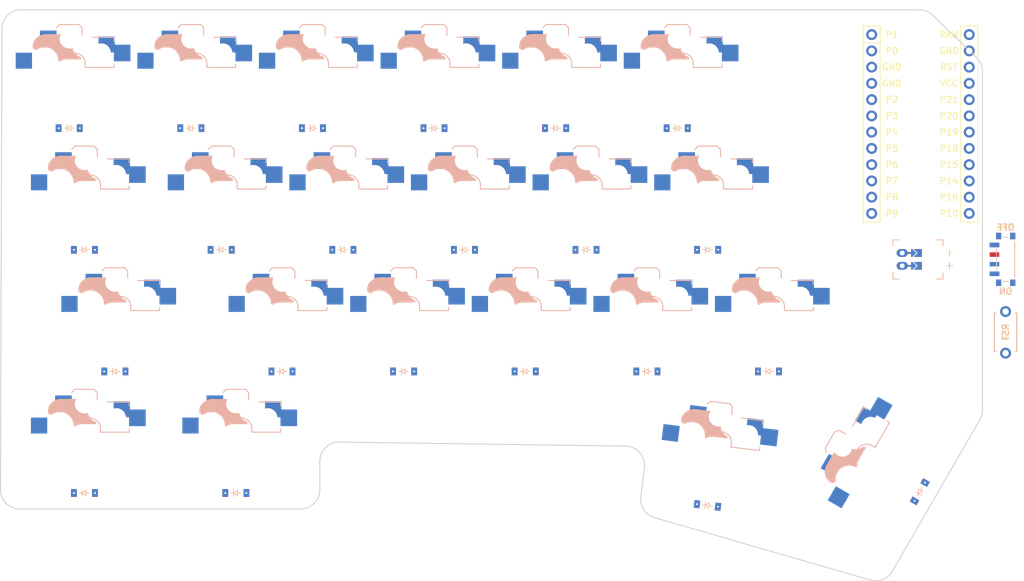
<source format=kicad_pcb>


(kicad_pcb
  (version 20240108)
  (generator "ergogen")
  (generator_version "4.2.1")
  (general
    (thickness 1.6)
    (legacy_teardrops no)
  )
  (paper "A3")
  (title_block
    (title "smth")
    (date "2026-02-04")
    (rev "v1.0.0")
    (company "Unknown")
  )

  (layers
    (0 "F.Cu" signal)
    (31 "B.Cu" signal)
    (32 "B.Adhes" user "B.Adhesive")
    (33 "F.Adhes" user "F.Adhesive")
    (34 "B.Paste" user)
    (35 "F.Paste" user)
    (36 "B.SilkS" user "B.Silkscreen")
    (37 "F.SilkS" user "F.Silkscreen")
    (38 "B.Mask" user)
    (39 "F.Mask" user)
    (40 "Dwgs.User" user "User.Drawings")
    (41 "Cmts.User" user "User.Comments")
    (42 "Eco1.User" user "User.Eco1")
    (43 "Eco2.User" user "User.Eco2")
    (44 "Edge.Cuts" user)
    (45 "Margin" user)
    (46 "B.CrtYd" user "B.Courtyard")
    (47 "F.CrtYd" user "F.Courtyard")
    (48 "B.Fab" user)
    (49 "F.Fab" user)
  )

  (setup
    (pad_to_mask_clearance 0.05)
    (allow_soldermask_bridges_in_footprints no)
    (pcbplotparams
      (layerselection 0x00010fc_ffffffff)
      (plot_on_all_layers_selection 0x0000000_00000000)
      (disableapertmacros no)
      (usegerberextensions no)
      (usegerberattributes yes)
      (usegerberadvancedattributes yes)
      (creategerberjobfile yes)
      (dashed_line_dash_ratio 12.000000)
      (dashed_line_gap_ratio 3.000000)
      (svgprecision 4)
      (plotframeref no)
      (viasonmask no)
      (mode 1)
      (useauxorigin no)
      (hpglpennumber 1)
      (hpglpenspeed 20)
      (hpglpendiameter 15.000000)
      (pdf_front_fp_property_popups yes)
      (pdf_back_fp_property_popups yes)
      (dxfpolygonmode yes)
      (dxfimperialunits yes)
      (dxfusepcbnewfont yes)
      (psnegative no)
      (psa4output no)
      (plotreference yes)
      (plotvalue yes)
      (plotfptext yes)
      (plotinvisibletext no)
      (sketchpadsonfab no)
      (subtractmaskfromsilk no)
      (outputformat 1)
      (mirror no)
      (drillshape 1)
      (scaleselection 1)
      (outputdirectory "")
    )
  )

  (net 0 "")
(net 1 "P0")
(net 2 "esc_default")
(net 3 "GND")
(net 4 "D1")
(net 5 "D2")
(net 6 "P1")
(net 7 "q_default")
(net 8 "P2")
(net 9 "w_default")
(net 10 "P3")
(net 11 "e_default")
(net 12 "P4")
(net 13 "r_default")
(net 14 "P5")
(net 15 "t_default")
(net 16 "tab_default")
(net 17 "a_default")
(net 18 "s_default")
(net 19 "d_default")
(net 20 "f_default")
(net 21 "g_default")
(net 22 "lshift_default")
(net 23 "z_default")
(net 24 "x_default")
(net 25 "c_default")
(net 26 "v_default")
(net 27 "b_default")
(net 28 "lctrl_default")
(net 29 "super_default")
(net 30 "lower_default")
(net 31 "space_default")
(net 32 "P6")
(net 33 "P7")
(net 34 "P8")
(net 35 "P9")
(net 36 "RAW")
(net 37 "RST")
(net 38 "VCC")
(net 39 "P21")
(net 40 "P20")
(net 41 "P19")
(net 42 "P18")
(net 43 "P15")
(net 44 "P14")
(net 45 "P16")
(net 46 "P10")
(net 47 "P101")
(net 48 "P102")
(net 49 "P107")
(net 50 "MCU1_24")
(net 51 "MCU1_1")
(net 52 "MCU1_23")
(net 53 "MCU1_2")
(net 54 "MCU1_22")
(net 55 "MCU1_3")
(net 56 "MCU1_21")
(net 57 "MCU1_4")
(net 58 "MCU1_20")
(net 59 "MCU1_5")
(net 60 "MCU1_19")
(net 61 "MCU1_6")
(net 62 "MCU1_18")
(net 63 "MCU1_7")
(net 64 "MCU1_17")
(net 65 "MCU1_8")
(net 66 "MCU1_16")
(net 67 "MCU1_9")
(net 68 "MCU1_15")
(net 69 "MCU1_10")
(net 70 "MCU1_14")
(net 71 "MCU1_11")
(net 72 "MCU1_13")
(net 73 "MCU1_12")
(net 74 "BAT_P")
(net 75 "JST1_1")
(net 76 "JST1_2")

  
  (footprint "ceoloide:switch_choc_v1_v2" (layer "B.Cu") (at 109.5 100 0))
    

  (footprint "ceoloide:switch_choc_v1_v2" (layer "B.Cu") (at 128.5 100 0))
    

  (footprint "ceoloide:switch_choc_v1_v2" (layer "B.Cu") (at 147.5 100 0))
    

  (footprint "ceoloide:switch_choc_v1_v2" (layer "B.Cu") (at 166.5 100 0))
    

  (footprint "ceoloide:switch_choc_v1_v2" (layer "B.Cu") (at 185.5 100 0))
    

  (footprint "ceoloide:switch_choc_v1_v2" (layer "B.Cu") (at 204.5 100 0))
    

  (footprint "ceoloide:switch_choc_v1_v2" (layer "B.Cu") (at 111.875 119 0))
    

  (footprint "ceoloide:switch_choc_v1_v2" (layer "B.Cu") (at 133.25 119 0))
    

  (footprint "ceoloide:switch_choc_v1_v2" (layer "B.Cu") (at 152.25 119 0))
    

  (footprint "ceoloide:switch_choc_v1_v2" (layer "B.Cu") (at 171.25 119 0))
    

  (footprint "ceoloide:switch_choc_v1_v2" (layer "B.Cu") (at 190.25 119 0))
    

  (footprint "ceoloide:switch_choc_v1_v2" (layer "B.Cu") (at 209.25 119 0))
    

  (footprint "ceoloide:switch_choc_v1_v2" (layer "B.Cu") (at 116.625 138 0))
    

  (footprint "ceoloide:switch_choc_v1_v2" (layer "B.Cu") (at 142.75 138 0))
    

  (footprint "ceoloide:switch_choc_v1_v2" (layer "B.Cu") (at 161.75 138 0))
    

  (footprint "ceoloide:switch_choc_v1_v2" (layer "B.Cu") (at 180.75 138 0))
    

  (footprint "ceoloide:switch_choc_v1_v2" (layer "B.Cu") (at 199.75 138 0))
    

  (footprint "ceoloide:switch_choc_v1_v2" (layer "B.Cu") (at 218.75 138 0))
    

  (footprint "ceoloide:switch_choc_v1_v2" (layer "B.Cu") (at 111.875 157 0))
    

  (footprint "ceoloide:switch_choc_v1_v2" (layer "B.Cu") (at 135.53 157 0))
    

  (footprint "ceoloide:switch_choc_v1_v2" (layer "B.Cu") (at 210.2 159 -7))
    

  (footprint "ceoloide:switch_choc_v1_v2" (layer "B.Cu") (at 235.47 160.8 60))
    

  (footprint "ceoloide:switch_mx" (layer "B.Cu") (at 109.5 100 0))
    

  (footprint "ceoloide:switch_mx" (layer "B.Cu") (at 128.5 100 0))
    

  (footprint "ceoloide:switch_mx" (layer "B.Cu") (at 147.5 100 0))
    

  (footprint "ceoloide:switch_mx" (layer "B.Cu") (at 166.5 100 0))
    

  (footprint "ceoloide:switch_mx" (layer "B.Cu") (at 185.5 100 0))
    

  (footprint "ceoloide:switch_mx" (layer "B.Cu") (at 204.5 100 0))
    

  (footprint "ceoloide:switch_mx" (layer "B.Cu") (at 111.875 119 0))
    

  (footprint "ceoloide:switch_mx" (layer "B.Cu") (at 133.25 119 0))
    

  (footprint "ceoloide:switch_mx" (layer "B.Cu") (at 152.25 119 0))
    

  (footprint "ceoloide:switch_mx" (layer "B.Cu") (at 171.25 119 0))
    

  (footprint "ceoloide:switch_mx" (layer "B.Cu") (at 190.25 119 0))
    

  (footprint "ceoloide:switch_mx" (layer "B.Cu") (at 209.25 119 0))
    

  (footprint "ceoloide:switch_mx" (layer "B.Cu") (at 116.625 138 0))
    

  (footprint "ceoloide:switch_mx" (layer "B.Cu") (at 142.75 138 0))
    

  (footprint "ceoloide:switch_mx" (layer "B.Cu") (at 161.75 138 0))
    

  (footprint "ceoloide:switch_mx" (layer "B.Cu") (at 180.75 138 0))
    

  (footprint "ceoloide:switch_mx" (layer "B.Cu") (at 199.75 138 0))
    

  (footprint "ceoloide:switch_mx" (layer "B.Cu") (at 218.75 138 0))
    

  (footprint "ceoloide:switch_mx" (layer "B.Cu") (at 111.875 157 0))
    

  (footprint "ceoloide:switch_mx" (layer "B.Cu") (at 135.53 157 0))
    

  (footprint "ceoloide:switch_mx" (layer "B.Cu") (at 210.2 159 -7))
    

  (footprint "ceoloide:switch_mx" (layer "B.Cu") (at 235.47 160.8 60))
    

  
    (module ComboDiode (layer F.Cu) (tedit 5B24D78E)


        (at 109.5 108 0)

        
        (fp_text reference "D1" (at 0 0) (layer F.SilkS) hide (effects (font (size 1.27 1.27) (thickness 0.15))))
        (fp_text value "" (at 0 0) (layer F.SilkS) hide (effects (font (size 1.27 1.27) (thickness 0.15))))
        
        
        (fp_line (start 0.25 0) (end 0.75 0) (layer F.SilkS) (width 0.1))
        (fp_line (start 0.25 0.4) (end -0.35 0) (layer F.SilkS) (width 0.1))
        (fp_line (start 0.25 -0.4) (end 0.25 0.4) (layer F.SilkS) (width 0.1))
        (fp_line (start -0.35 0) (end 0.25 -0.4) (layer F.SilkS) (width 0.1))
        (fp_line (start -0.35 0) (end -0.35 0.55) (layer F.SilkS) (width 0.1))
        (fp_line (start -0.35 0) (end -0.35 -0.55) (layer F.SilkS) (width 0.1))
        (fp_line (start -0.75 0) (end -0.35 0) (layer F.SilkS) (width 0.1))
        (fp_line (start 0.25 0) (end 0.75 0) (layer B.SilkS) (width 0.1))
        (fp_line (start 0.25 0.4) (end -0.35 0) (layer B.SilkS) (width 0.1))
        (fp_line (start 0.25 -0.4) (end 0.25 0.4) (layer B.SilkS) (width 0.1))
        (fp_line (start -0.35 0) (end 0.25 -0.4) (layer B.SilkS) (width 0.1))
        (fp_line (start -0.35 0) (end -0.35 0.55) (layer B.SilkS) (width 0.1))
        (fp_line (start -0.35 0) (end -0.35 -0.55) (layer B.SilkS) (width 0.1))
        (fp_line (start -0.75 0) (end -0.35 0) (layer B.SilkS) (width 0.1))
    
        
        (pad 1 smd rect (at -1.65 0 0) (size 0.9 1.2) (layers F.Cu F.Paste F.Mask) (net 32 "P6"))
        (pad 2 smd rect (at 1.65 0 0) (size 0.9 1.2) (layers B.Cu B.Paste B.Mask) (net 2 "esc_default"))
        (pad 1 smd rect (at -1.65 0 0) (size 0.9 1.2) (layers B.Cu B.Paste B.Mask) (net 32 "P6"))
        (pad 2 smd rect (at 1.65 0 0) (size 0.9 1.2) (layers F.Cu F.Paste F.Mask) (net 2 "esc_default"))
        
        (pad 1 thru_hole circle (at -1.65 0 0) (size 0.6 0.6) (drill 0.3) (layers "*.Cu") (zone_connect 2) (net 32 "P6"))
        (pad 1 thru_hole circle (at 1.65 0 0) (size 0.6 0.6) (drill 0.3) (layers "*.Cu") (zone_connect 2) (net 2 "esc_default"))
        
    )
  
    

  
    (module ComboDiode (layer F.Cu) (tedit 5B24D78E)


        (at 128.5 108 0)

        
        (fp_text reference "D2" (at 0 0) (layer F.SilkS) hide (effects (font (size 1.27 1.27) (thickness 0.15))))
        (fp_text value "" (at 0 0) (layer F.SilkS) hide (effects (font (size 1.27 1.27) (thickness 0.15))))
        
        
        (fp_line (start 0.25 0) (end 0.75 0) (layer F.SilkS) (width 0.1))
        (fp_line (start 0.25 0.4) (end -0.35 0) (layer F.SilkS) (width 0.1))
        (fp_line (start 0.25 -0.4) (end 0.25 0.4) (layer F.SilkS) (width 0.1))
        (fp_line (start -0.35 0) (end 0.25 -0.4) (layer F.SilkS) (width 0.1))
        (fp_line (start -0.35 0) (end -0.35 0.55) (layer F.SilkS) (width 0.1))
        (fp_line (start -0.35 0) (end -0.35 -0.55) (layer F.SilkS) (width 0.1))
        (fp_line (start -0.75 0) (end -0.35 0) (layer F.SilkS) (width 0.1))
        (fp_line (start 0.25 0) (end 0.75 0) (layer B.SilkS) (width 0.1))
        (fp_line (start 0.25 0.4) (end -0.35 0) (layer B.SilkS) (width 0.1))
        (fp_line (start 0.25 -0.4) (end 0.25 0.4) (layer B.SilkS) (width 0.1))
        (fp_line (start -0.35 0) (end 0.25 -0.4) (layer B.SilkS) (width 0.1))
        (fp_line (start -0.35 0) (end -0.35 0.55) (layer B.SilkS) (width 0.1))
        (fp_line (start -0.35 0) (end -0.35 -0.55) (layer B.SilkS) (width 0.1))
        (fp_line (start -0.75 0) (end -0.35 0) (layer B.SilkS) (width 0.1))
    
        
        (pad 1 smd rect (at -1.65 0 0) (size 0.9 1.2) (layers F.Cu F.Paste F.Mask) (net 32 "P6"))
        (pad 2 smd rect (at 1.65 0 0) (size 0.9 1.2) (layers B.Cu B.Paste B.Mask) (net 7 "q_default"))
        (pad 1 smd rect (at -1.65 0 0) (size 0.9 1.2) (layers B.Cu B.Paste B.Mask) (net 32 "P6"))
        (pad 2 smd rect (at 1.65 0 0) (size 0.9 1.2) (layers F.Cu F.Paste F.Mask) (net 7 "q_default"))
        
        (pad 1 thru_hole circle (at -1.65 0 0) (size 0.6 0.6) (drill 0.3) (layers "*.Cu") (zone_connect 2) (net 32 "P6"))
        (pad 1 thru_hole circle (at 1.65 0 0) (size 0.6 0.6) (drill 0.3) (layers "*.Cu") (zone_connect 2) (net 7 "q_default"))
        
    )
  
    

  
    (module ComboDiode (layer F.Cu) (tedit 5B24D78E)


        (at 147.5 108 0)

        
        (fp_text reference "D3" (at 0 0) (layer F.SilkS) hide (effects (font (size 1.27 1.27) (thickness 0.15))))
        (fp_text value "" (at 0 0) (layer F.SilkS) hide (effects (font (size 1.27 1.27) (thickness 0.15))))
        
        
        (fp_line (start 0.25 0) (end 0.75 0) (layer F.SilkS) (width 0.1))
        (fp_line (start 0.25 0.4) (end -0.35 0) (layer F.SilkS) (width 0.1))
        (fp_line (start 0.25 -0.4) (end 0.25 0.4) (layer F.SilkS) (width 0.1))
        (fp_line (start -0.35 0) (end 0.25 -0.4) (layer F.SilkS) (width 0.1))
        (fp_line (start -0.35 0) (end -0.35 0.55) (layer F.SilkS) (width 0.1))
        (fp_line (start -0.35 0) (end -0.35 -0.55) (layer F.SilkS) (width 0.1))
        (fp_line (start -0.75 0) (end -0.35 0) (layer F.SilkS) (width 0.1))
        (fp_line (start 0.25 0) (end 0.75 0) (layer B.SilkS) (width 0.1))
        (fp_line (start 0.25 0.4) (end -0.35 0) (layer B.SilkS) (width 0.1))
        (fp_line (start 0.25 -0.4) (end 0.25 0.4) (layer B.SilkS) (width 0.1))
        (fp_line (start -0.35 0) (end 0.25 -0.4) (layer B.SilkS) (width 0.1))
        (fp_line (start -0.35 0) (end -0.35 0.55) (layer B.SilkS) (width 0.1))
        (fp_line (start -0.35 0) (end -0.35 -0.55) (layer B.SilkS) (width 0.1))
        (fp_line (start -0.75 0) (end -0.35 0) (layer B.SilkS) (width 0.1))
    
        
        (pad 1 smd rect (at -1.65 0 0) (size 0.9 1.2) (layers F.Cu F.Paste F.Mask) (net 32 "P6"))
        (pad 2 smd rect (at 1.65 0 0) (size 0.9 1.2) (layers B.Cu B.Paste B.Mask) (net 9 "w_default"))
        (pad 1 smd rect (at -1.65 0 0) (size 0.9 1.2) (layers B.Cu B.Paste B.Mask) (net 32 "P6"))
        (pad 2 smd rect (at 1.65 0 0) (size 0.9 1.2) (layers F.Cu F.Paste F.Mask) (net 9 "w_default"))
        
        (pad 1 thru_hole circle (at -1.65 0 0) (size 0.6 0.6) (drill 0.3) (layers "*.Cu") (zone_connect 2) (net 32 "P6"))
        (pad 1 thru_hole circle (at 1.65 0 0) (size 0.6 0.6) (drill 0.3) (layers "*.Cu") (zone_connect 2) (net 9 "w_default"))
        
    )
  
    

  
    (module ComboDiode (layer F.Cu) (tedit 5B24D78E)


        (at 166.5 108 0)

        
        (fp_text reference "D4" (at 0 0) (layer F.SilkS) hide (effects (font (size 1.27 1.27) (thickness 0.15))))
        (fp_text value "" (at 0 0) (layer F.SilkS) hide (effects (font (size 1.27 1.27) (thickness 0.15))))
        
        
        (fp_line (start 0.25 0) (end 0.75 0) (layer F.SilkS) (width 0.1))
        (fp_line (start 0.25 0.4) (end -0.35 0) (layer F.SilkS) (width 0.1))
        (fp_line (start 0.25 -0.4) (end 0.25 0.4) (layer F.SilkS) (width 0.1))
        (fp_line (start -0.35 0) (end 0.25 -0.4) (layer F.SilkS) (width 0.1))
        (fp_line (start -0.35 0) (end -0.35 0.55) (layer F.SilkS) (width 0.1))
        (fp_line (start -0.35 0) (end -0.35 -0.55) (layer F.SilkS) (width 0.1))
        (fp_line (start -0.75 0) (end -0.35 0) (layer F.SilkS) (width 0.1))
        (fp_line (start 0.25 0) (end 0.75 0) (layer B.SilkS) (width 0.1))
        (fp_line (start 0.25 0.4) (end -0.35 0) (layer B.SilkS) (width 0.1))
        (fp_line (start 0.25 -0.4) (end 0.25 0.4) (layer B.SilkS) (width 0.1))
        (fp_line (start -0.35 0) (end 0.25 -0.4) (layer B.SilkS) (width 0.1))
        (fp_line (start -0.35 0) (end -0.35 0.55) (layer B.SilkS) (width 0.1))
        (fp_line (start -0.35 0) (end -0.35 -0.55) (layer B.SilkS) (width 0.1))
        (fp_line (start -0.75 0) (end -0.35 0) (layer B.SilkS) (width 0.1))
    
        
        (pad 1 smd rect (at -1.65 0 0) (size 0.9 1.2) (layers F.Cu F.Paste F.Mask) (net 32 "P6"))
        (pad 2 smd rect (at 1.65 0 0) (size 0.9 1.2) (layers B.Cu B.Paste B.Mask) (net 11 "e_default"))
        (pad 1 smd rect (at -1.65 0 0) (size 0.9 1.2) (layers B.Cu B.Paste B.Mask) (net 32 "P6"))
        (pad 2 smd rect (at 1.65 0 0) (size 0.9 1.2) (layers F.Cu F.Paste F.Mask) (net 11 "e_default"))
        
        (pad 1 thru_hole circle (at -1.65 0 0) (size 0.6 0.6) (drill 0.3) (layers "*.Cu") (zone_connect 2) (net 32 "P6"))
        (pad 1 thru_hole circle (at 1.65 0 0) (size 0.6 0.6) (drill 0.3) (layers "*.Cu") (zone_connect 2) (net 11 "e_default"))
        
    )
  
    

  
    (module ComboDiode (layer F.Cu) (tedit 5B24D78E)


        (at 185.5 108 0)

        
        (fp_text reference "D5" (at 0 0) (layer F.SilkS) hide (effects (font (size 1.27 1.27) (thickness 0.15))))
        (fp_text value "" (at 0 0) (layer F.SilkS) hide (effects (font (size 1.27 1.27) (thickness 0.15))))
        
        
        (fp_line (start 0.25 0) (end 0.75 0) (layer F.SilkS) (width 0.1))
        (fp_line (start 0.25 0.4) (end -0.35 0) (layer F.SilkS) (width 0.1))
        (fp_line (start 0.25 -0.4) (end 0.25 0.4) (layer F.SilkS) (width 0.1))
        (fp_line (start -0.35 0) (end 0.25 -0.4) (layer F.SilkS) (width 0.1))
        (fp_line (start -0.35 0) (end -0.35 0.55) (layer F.SilkS) (width 0.1))
        (fp_line (start -0.35 0) (end -0.35 -0.55) (layer F.SilkS) (width 0.1))
        (fp_line (start -0.75 0) (end -0.35 0) (layer F.SilkS) (width 0.1))
        (fp_line (start 0.25 0) (end 0.75 0) (layer B.SilkS) (width 0.1))
        (fp_line (start 0.25 0.4) (end -0.35 0) (layer B.SilkS) (width 0.1))
        (fp_line (start 0.25 -0.4) (end 0.25 0.4) (layer B.SilkS) (width 0.1))
        (fp_line (start -0.35 0) (end 0.25 -0.4) (layer B.SilkS) (width 0.1))
        (fp_line (start -0.35 0) (end -0.35 0.55) (layer B.SilkS) (width 0.1))
        (fp_line (start -0.35 0) (end -0.35 -0.55) (layer B.SilkS) (width 0.1))
        (fp_line (start -0.75 0) (end -0.35 0) (layer B.SilkS) (width 0.1))
    
        
        (pad 1 smd rect (at -1.65 0 0) (size 0.9 1.2) (layers F.Cu F.Paste F.Mask) (net 32 "P6"))
        (pad 2 smd rect (at 1.65 0 0) (size 0.9 1.2) (layers B.Cu B.Paste B.Mask) (net 13 "r_default"))
        (pad 1 smd rect (at -1.65 0 0) (size 0.9 1.2) (layers B.Cu B.Paste B.Mask) (net 32 "P6"))
        (pad 2 smd rect (at 1.65 0 0) (size 0.9 1.2) (layers F.Cu F.Paste F.Mask) (net 13 "r_default"))
        
        (pad 1 thru_hole circle (at -1.65 0 0) (size 0.6 0.6) (drill 0.3) (layers "*.Cu") (zone_connect 2) (net 32 "P6"))
        (pad 1 thru_hole circle (at 1.65 0 0) (size 0.6 0.6) (drill 0.3) (layers "*.Cu") (zone_connect 2) (net 13 "r_default"))
        
    )
  
    

  
    (module ComboDiode (layer F.Cu) (tedit 5B24D78E)


        (at 204.5 108 0)

        
        (fp_text reference "D6" (at 0 0) (layer F.SilkS) hide (effects (font (size 1.27 1.27) (thickness 0.15))))
        (fp_text value "" (at 0 0) (layer F.SilkS) hide (effects (font (size 1.27 1.27) (thickness 0.15))))
        
        
        (fp_line (start 0.25 0) (end 0.75 0) (layer F.SilkS) (width 0.1))
        (fp_line (start 0.25 0.4) (end -0.35 0) (layer F.SilkS) (width 0.1))
        (fp_line (start 0.25 -0.4) (end 0.25 0.4) (layer F.SilkS) (width 0.1))
        (fp_line (start -0.35 0) (end 0.25 -0.4) (layer F.SilkS) (width 0.1))
        (fp_line (start -0.35 0) (end -0.35 0.55) (layer F.SilkS) (width 0.1))
        (fp_line (start -0.35 0) (end -0.35 -0.55) (layer F.SilkS) (width 0.1))
        (fp_line (start -0.75 0) (end -0.35 0) (layer F.SilkS) (width 0.1))
        (fp_line (start 0.25 0) (end 0.75 0) (layer B.SilkS) (width 0.1))
        (fp_line (start 0.25 0.4) (end -0.35 0) (layer B.SilkS) (width 0.1))
        (fp_line (start 0.25 -0.4) (end 0.25 0.4) (layer B.SilkS) (width 0.1))
        (fp_line (start -0.35 0) (end 0.25 -0.4) (layer B.SilkS) (width 0.1))
        (fp_line (start -0.35 0) (end -0.35 0.55) (layer B.SilkS) (width 0.1))
        (fp_line (start -0.35 0) (end -0.35 -0.55) (layer B.SilkS) (width 0.1))
        (fp_line (start -0.75 0) (end -0.35 0) (layer B.SilkS) (width 0.1))
    
        
        (pad 1 smd rect (at -1.65 0 0) (size 0.9 1.2) (layers F.Cu F.Paste F.Mask) (net 32 "P6"))
        (pad 2 smd rect (at 1.65 0 0) (size 0.9 1.2) (layers B.Cu B.Paste B.Mask) (net 15 "t_default"))
        (pad 1 smd rect (at -1.65 0 0) (size 0.9 1.2) (layers B.Cu B.Paste B.Mask) (net 32 "P6"))
        (pad 2 smd rect (at 1.65 0 0) (size 0.9 1.2) (layers F.Cu F.Paste F.Mask) (net 15 "t_default"))
        
        (pad 1 thru_hole circle (at -1.65 0 0) (size 0.6 0.6) (drill 0.3) (layers "*.Cu") (zone_connect 2) (net 32 "P6"))
        (pad 1 thru_hole circle (at 1.65 0 0) (size 0.6 0.6) (drill 0.3) (layers "*.Cu") (zone_connect 2) (net 15 "t_default"))
        
    )
  
    

  
    (module ComboDiode (layer F.Cu) (tedit 5B24D78E)


        (at 111.875 127 0)

        
        (fp_text reference "D7" (at 0 0) (layer F.SilkS) hide (effects (font (size 1.27 1.27) (thickness 0.15))))
        (fp_text value "" (at 0 0) (layer F.SilkS) hide (effects (font (size 1.27 1.27) (thickness 0.15))))
        
        
        (fp_line (start 0.25 0) (end 0.75 0) (layer F.SilkS) (width 0.1))
        (fp_line (start 0.25 0.4) (end -0.35 0) (layer F.SilkS) (width 0.1))
        (fp_line (start 0.25 -0.4) (end 0.25 0.4) (layer F.SilkS) (width 0.1))
        (fp_line (start -0.35 0) (end 0.25 -0.4) (layer F.SilkS) (width 0.1))
        (fp_line (start -0.35 0) (end -0.35 0.55) (layer F.SilkS) (width 0.1))
        (fp_line (start -0.35 0) (end -0.35 -0.55) (layer F.SilkS) (width 0.1))
        (fp_line (start -0.75 0) (end -0.35 0) (layer F.SilkS) (width 0.1))
        (fp_line (start 0.25 0) (end 0.75 0) (layer B.SilkS) (width 0.1))
        (fp_line (start 0.25 0.4) (end -0.35 0) (layer B.SilkS) (width 0.1))
        (fp_line (start 0.25 -0.4) (end 0.25 0.4) (layer B.SilkS) (width 0.1))
        (fp_line (start -0.35 0) (end 0.25 -0.4) (layer B.SilkS) (width 0.1))
        (fp_line (start -0.35 0) (end -0.35 0.55) (layer B.SilkS) (width 0.1))
        (fp_line (start -0.35 0) (end -0.35 -0.55) (layer B.SilkS) (width 0.1))
        (fp_line (start -0.75 0) (end -0.35 0) (layer B.SilkS) (width 0.1))
    
        
        (pad 1 smd rect (at -1.65 0 0) (size 0.9 1.2) (layers F.Cu F.Paste F.Mask) (net 33 "P7"))
        (pad 2 smd rect (at 1.65 0 0) (size 0.9 1.2) (layers B.Cu B.Paste B.Mask) (net 16 "tab_default"))
        (pad 1 smd rect (at -1.65 0 0) (size 0.9 1.2) (layers B.Cu B.Paste B.Mask) (net 33 "P7"))
        (pad 2 smd rect (at 1.65 0 0) (size 0.9 1.2) (layers F.Cu F.Paste F.Mask) (net 16 "tab_default"))
        
        (pad 1 thru_hole circle (at -1.65 0 0) (size 0.6 0.6) (drill 0.3) (layers "*.Cu") (zone_connect 2) (net 33 "P7"))
        (pad 1 thru_hole circle (at 1.65 0 0) (size 0.6 0.6) (drill 0.3) (layers "*.Cu") (zone_connect 2) (net 16 "tab_default"))
        
    )
  
    

  
    (module ComboDiode (layer F.Cu) (tedit 5B24D78E)


        (at 133.25 127 0)

        
        (fp_text reference "D8" (at 0 0) (layer F.SilkS) hide (effects (font (size 1.27 1.27) (thickness 0.15))))
        (fp_text value "" (at 0 0) (layer F.SilkS) hide (effects (font (size 1.27 1.27) (thickness 0.15))))
        
        
        (fp_line (start 0.25 0) (end 0.75 0) (layer F.SilkS) (width 0.1))
        (fp_line (start 0.25 0.4) (end -0.35 0) (layer F.SilkS) (width 0.1))
        (fp_line (start 0.25 -0.4) (end 0.25 0.4) (layer F.SilkS) (width 0.1))
        (fp_line (start -0.35 0) (end 0.25 -0.4) (layer F.SilkS) (width 0.1))
        (fp_line (start -0.35 0) (end -0.35 0.55) (layer F.SilkS) (width 0.1))
        (fp_line (start -0.35 0) (end -0.35 -0.55) (layer F.SilkS) (width 0.1))
        (fp_line (start -0.75 0) (end -0.35 0) (layer F.SilkS) (width 0.1))
        (fp_line (start 0.25 0) (end 0.75 0) (layer B.SilkS) (width 0.1))
        (fp_line (start 0.25 0.4) (end -0.35 0) (layer B.SilkS) (width 0.1))
        (fp_line (start 0.25 -0.4) (end 0.25 0.4) (layer B.SilkS) (width 0.1))
        (fp_line (start -0.35 0) (end 0.25 -0.4) (layer B.SilkS) (width 0.1))
        (fp_line (start -0.35 0) (end -0.35 0.55) (layer B.SilkS) (width 0.1))
        (fp_line (start -0.35 0) (end -0.35 -0.55) (layer B.SilkS) (width 0.1))
        (fp_line (start -0.75 0) (end -0.35 0) (layer B.SilkS) (width 0.1))
    
        
        (pad 1 smd rect (at -1.65 0 0) (size 0.9 1.2) (layers F.Cu F.Paste F.Mask) (net 33 "P7"))
        (pad 2 smd rect (at 1.65 0 0) (size 0.9 1.2) (layers B.Cu B.Paste B.Mask) (net 17 "a_default"))
        (pad 1 smd rect (at -1.65 0 0) (size 0.9 1.2) (layers B.Cu B.Paste B.Mask) (net 33 "P7"))
        (pad 2 smd rect (at 1.65 0 0) (size 0.9 1.2) (layers F.Cu F.Paste F.Mask) (net 17 "a_default"))
        
        (pad 1 thru_hole circle (at -1.65 0 0) (size 0.6 0.6) (drill 0.3) (layers "*.Cu") (zone_connect 2) (net 33 "P7"))
        (pad 1 thru_hole circle (at 1.65 0 0) (size 0.6 0.6) (drill 0.3) (layers "*.Cu") (zone_connect 2) (net 17 "a_default"))
        
    )
  
    

  
    (module ComboDiode (layer F.Cu) (tedit 5B24D78E)


        (at 152.25 127 0)

        
        (fp_text reference "D9" (at 0 0) (layer F.SilkS) hide (effects (font (size 1.27 1.27) (thickness 0.15))))
        (fp_text value "" (at 0 0) (layer F.SilkS) hide (effects (font (size 1.27 1.27) (thickness 0.15))))
        
        
        (fp_line (start 0.25 0) (end 0.75 0) (layer F.SilkS) (width 0.1))
        (fp_line (start 0.25 0.4) (end -0.35 0) (layer F.SilkS) (width 0.1))
        (fp_line (start 0.25 -0.4) (end 0.25 0.4) (layer F.SilkS) (width 0.1))
        (fp_line (start -0.35 0) (end 0.25 -0.4) (layer F.SilkS) (width 0.1))
        (fp_line (start -0.35 0) (end -0.35 0.55) (layer F.SilkS) (width 0.1))
        (fp_line (start -0.35 0) (end -0.35 -0.55) (layer F.SilkS) (width 0.1))
        (fp_line (start -0.75 0) (end -0.35 0) (layer F.SilkS) (width 0.1))
        (fp_line (start 0.25 0) (end 0.75 0) (layer B.SilkS) (width 0.1))
        (fp_line (start 0.25 0.4) (end -0.35 0) (layer B.SilkS) (width 0.1))
        (fp_line (start 0.25 -0.4) (end 0.25 0.4) (layer B.SilkS) (width 0.1))
        (fp_line (start -0.35 0) (end 0.25 -0.4) (layer B.SilkS) (width 0.1))
        (fp_line (start -0.35 0) (end -0.35 0.55) (layer B.SilkS) (width 0.1))
        (fp_line (start -0.35 0) (end -0.35 -0.55) (layer B.SilkS) (width 0.1))
        (fp_line (start -0.75 0) (end -0.35 0) (layer B.SilkS) (width 0.1))
    
        
        (pad 1 smd rect (at -1.65 0 0) (size 0.9 1.2) (layers F.Cu F.Paste F.Mask) (net 33 "P7"))
        (pad 2 smd rect (at 1.65 0 0) (size 0.9 1.2) (layers B.Cu B.Paste B.Mask) (net 18 "s_default"))
        (pad 1 smd rect (at -1.65 0 0) (size 0.9 1.2) (layers B.Cu B.Paste B.Mask) (net 33 "P7"))
        (pad 2 smd rect (at 1.65 0 0) (size 0.9 1.2) (layers F.Cu F.Paste F.Mask) (net 18 "s_default"))
        
        (pad 1 thru_hole circle (at -1.65 0 0) (size 0.6 0.6) (drill 0.3) (layers "*.Cu") (zone_connect 2) (net 33 "P7"))
        (pad 1 thru_hole circle (at 1.65 0 0) (size 0.6 0.6) (drill 0.3) (layers "*.Cu") (zone_connect 2) (net 18 "s_default"))
        
    )
  
    

  
    (module ComboDiode (layer F.Cu) (tedit 5B24D78E)


        (at 171.25 127 0)

        
        (fp_text reference "D10" (at 0 0) (layer F.SilkS) hide (effects (font (size 1.27 1.27) (thickness 0.15))))
        (fp_text value "" (at 0 0) (layer F.SilkS) hide (effects (font (size 1.27 1.27) (thickness 0.15))))
        
        
        (fp_line (start 0.25 0) (end 0.75 0) (layer F.SilkS) (width 0.1))
        (fp_line (start 0.25 0.4) (end -0.35 0) (layer F.SilkS) (width 0.1))
        (fp_line (start 0.25 -0.4) (end 0.25 0.4) (layer F.SilkS) (width 0.1))
        (fp_line (start -0.35 0) (end 0.25 -0.4) (layer F.SilkS) (width 0.1))
        (fp_line (start -0.35 0) (end -0.35 0.55) (layer F.SilkS) (width 0.1))
        (fp_line (start -0.35 0) (end -0.35 -0.55) (layer F.SilkS) (width 0.1))
        (fp_line (start -0.75 0) (end -0.35 0) (layer F.SilkS) (width 0.1))
        (fp_line (start 0.25 0) (end 0.75 0) (layer B.SilkS) (width 0.1))
        (fp_line (start 0.25 0.4) (end -0.35 0) (layer B.SilkS) (width 0.1))
        (fp_line (start 0.25 -0.4) (end 0.25 0.4) (layer B.SilkS) (width 0.1))
        (fp_line (start -0.35 0) (end 0.25 -0.4) (layer B.SilkS) (width 0.1))
        (fp_line (start -0.35 0) (end -0.35 0.55) (layer B.SilkS) (width 0.1))
        (fp_line (start -0.35 0) (end -0.35 -0.55) (layer B.SilkS) (width 0.1))
        (fp_line (start -0.75 0) (end -0.35 0) (layer B.SilkS) (width 0.1))
    
        
        (pad 1 smd rect (at -1.65 0 0) (size 0.9 1.2) (layers F.Cu F.Paste F.Mask) (net 33 "P7"))
        (pad 2 smd rect (at 1.65 0 0) (size 0.9 1.2) (layers B.Cu B.Paste B.Mask) (net 19 "d_default"))
        (pad 1 smd rect (at -1.65 0 0) (size 0.9 1.2) (layers B.Cu B.Paste B.Mask) (net 33 "P7"))
        (pad 2 smd rect (at 1.65 0 0) (size 0.9 1.2) (layers F.Cu F.Paste F.Mask) (net 19 "d_default"))
        
        (pad 1 thru_hole circle (at -1.65 0 0) (size 0.6 0.6) (drill 0.3) (layers "*.Cu") (zone_connect 2) (net 33 "P7"))
        (pad 1 thru_hole circle (at 1.65 0 0) (size 0.6 0.6) (drill 0.3) (layers "*.Cu") (zone_connect 2) (net 19 "d_default"))
        
    )
  
    

  
    (module ComboDiode (layer F.Cu) (tedit 5B24D78E)


        (at 190.25 127 0)

        
        (fp_text reference "D11" (at 0 0) (layer F.SilkS) hide (effects (font (size 1.27 1.27) (thickness 0.15))))
        (fp_text value "" (at 0 0) (layer F.SilkS) hide (effects (font (size 1.27 1.27) (thickness 0.15))))
        
        
        (fp_line (start 0.25 0) (end 0.75 0) (layer F.SilkS) (width 0.1))
        (fp_line (start 0.25 0.4) (end -0.35 0) (layer F.SilkS) (width 0.1))
        (fp_line (start 0.25 -0.4) (end 0.25 0.4) (layer F.SilkS) (width 0.1))
        (fp_line (start -0.35 0) (end 0.25 -0.4) (layer F.SilkS) (width 0.1))
        (fp_line (start -0.35 0) (end -0.35 0.55) (layer F.SilkS) (width 0.1))
        (fp_line (start -0.35 0) (end -0.35 -0.55) (layer F.SilkS) (width 0.1))
        (fp_line (start -0.75 0) (end -0.35 0) (layer F.SilkS) (width 0.1))
        (fp_line (start 0.25 0) (end 0.75 0) (layer B.SilkS) (width 0.1))
        (fp_line (start 0.25 0.4) (end -0.35 0) (layer B.SilkS) (width 0.1))
        (fp_line (start 0.25 -0.4) (end 0.25 0.4) (layer B.SilkS) (width 0.1))
        (fp_line (start -0.35 0) (end 0.25 -0.4) (layer B.SilkS) (width 0.1))
        (fp_line (start -0.35 0) (end -0.35 0.55) (layer B.SilkS) (width 0.1))
        (fp_line (start -0.35 0) (end -0.35 -0.55) (layer B.SilkS) (width 0.1))
        (fp_line (start -0.75 0) (end -0.35 0) (layer B.SilkS) (width 0.1))
    
        
        (pad 1 smd rect (at -1.65 0 0) (size 0.9 1.2) (layers F.Cu F.Paste F.Mask) (net 33 "P7"))
        (pad 2 smd rect (at 1.65 0 0) (size 0.9 1.2) (layers B.Cu B.Paste B.Mask) (net 20 "f_default"))
        (pad 1 smd rect (at -1.65 0 0) (size 0.9 1.2) (layers B.Cu B.Paste B.Mask) (net 33 "P7"))
        (pad 2 smd rect (at 1.65 0 0) (size 0.9 1.2) (layers F.Cu F.Paste F.Mask) (net 20 "f_default"))
        
        (pad 1 thru_hole circle (at -1.65 0 0) (size 0.6 0.6) (drill 0.3) (layers "*.Cu") (zone_connect 2) (net 33 "P7"))
        (pad 1 thru_hole circle (at 1.65 0 0) (size 0.6 0.6) (drill 0.3) (layers "*.Cu") (zone_connect 2) (net 20 "f_default"))
        
    )
  
    

  
    (module ComboDiode (layer F.Cu) (tedit 5B24D78E)


        (at 209.25 127 0)

        
        (fp_text reference "D12" (at 0 0) (layer F.SilkS) hide (effects (font (size 1.27 1.27) (thickness 0.15))))
        (fp_text value "" (at 0 0) (layer F.SilkS) hide (effects (font (size 1.27 1.27) (thickness 0.15))))
        
        
        (fp_line (start 0.25 0) (end 0.75 0) (layer F.SilkS) (width 0.1))
        (fp_line (start 0.25 0.4) (end -0.35 0) (layer F.SilkS) (width 0.1))
        (fp_line (start 0.25 -0.4) (end 0.25 0.4) (layer F.SilkS) (width 0.1))
        (fp_line (start -0.35 0) (end 0.25 -0.4) (layer F.SilkS) (width 0.1))
        (fp_line (start -0.35 0) (end -0.35 0.55) (layer F.SilkS) (width 0.1))
        (fp_line (start -0.35 0) (end -0.35 -0.55) (layer F.SilkS) (width 0.1))
        (fp_line (start -0.75 0) (end -0.35 0) (layer F.SilkS) (width 0.1))
        (fp_line (start 0.25 0) (end 0.75 0) (layer B.SilkS) (width 0.1))
        (fp_line (start 0.25 0.4) (end -0.35 0) (layer B.SilkS) (width 0.1))
        (fp_line (start 0.25 -0.4) (end 0.25 0.4) (layer B.SilkS) (width 0.1))
        (fp_line (start -0.35 0) (end 0.25 -0.4) (layer B.SilkS) (width 0.1))
        (fp_line (start -0.35 0) (end -0.35 0.55) (layer B.SilkS) (width 0.1))
        (fp_line (start -0.35 0) (end -0.35 -0.55) (layer B.SilkS) (width 0.1))
        (fp_line (start -0.75 0) (end -0.35 0) (layer B.SilkS) (width 0.1))
    
        
        (pad 1 smd rect (at -1.65 0 0) (size 0.9 1.2) (layers F.Cu F.Paste F.Mask) (net 33 "P7"))
        (pad 2 smd rect (at 1.65 0 0) (size 0.9 1.2) (layers B.Cu B.Paste B.Mask) (net 21 "g_default"))
        (pad 1 smd rect (at -1.65 0 0) (size 0.9 1.2) (layers B.Cu B.Paste B.Mask) (net 33 "P7"))
        (pad 2 smd rect (at 1.65 0 0) (size 0.9 1.2) (layers F.Cu F.Paste F.Mask) (net 21 "g_default"))
        
        (pad 1 thru_hole circle (at -1.65 0 0) (size 0.6 0.6) (drill 0.3) (layers "*.Cu") (zone_connect 2) (net 33 "P7"))
        (pad 1 thru_hole circle (at 1.65 0 0) (size 0.6 0.6) (drill 0.3) (layers "*.Cu") (zone_connect 2) (net 21 "g_default"))
        
    )
  
    

  
    (module ComboDiode (layer F.Cu) (tedit 5B24D78E)


        (at 116.625 146 0)

        
        (fp_text reference "D13" (at 0 0) (layer F.SilkS) hide (effects (font (size 1.27 1.27) (thickness 0.15))))
        (fp_text value "" (at 0 0) (layer F.SilkS) hide (effects (font (size 1.27 1.27) (thickness 0.15))))
        
        
        (fp_line (start 0.25 0) (end 0.75 0) (layer F.SilkS) (width 0.1))
        (fp_line (start 0.25 0.4) (end -0.35 0) (layer F.SilkS) (width 0.1))
        (fp_line (start 0.25 -0.4) (end 0.25 0.4) (layer F.SilkS) (width 0.1))
        (fp_line (start -0.35 0) (end 0.25 -0.4) (layer F.SilkS) (width 0.1))
        (fp_line (start -0.35 0) (end -0.35 0.55) (layer F.SilkS) (width 0.1))
        (fp_line (start -0.35 0) (end -0.35 -0.55) (layer F.SilkS) (width 0.1))
        (fp_line (start -0.75 0) (end -0.35 0) (layer F.SilkS) (width 0.1))
        (fp_line (start 0.25 0) (end 0.75 0) (layer B.SilkS) (width 0.1))
        (fp_line (start 0.25 0.4) (end -0.35 0) (layer B.SilkS) (width 0.1))
        (fp_line (start 0.25 -0.4) (end 0.25 0.4) (layer B.SilkS) (width 0.1))
        (fp_line (start -0.35 0) (end 0.25 -0.4) (layer B.SilkS) (width 0.1))
        (fp_line (start -0.35 0) (end -0.35 0.55) (layer B.SilkS) (width 0.1))
        (fp_line (start -0.35 0) (end -0.35 -0.55) (layer B.SilkS) (width 0.1))
        (fp_line (start -0.75 0) (end -0.35 0) (layer B.SilkS) (width 0.1))
    
        
        (pad 1 smd rect (at -1.65 0 0) (size 0.9 1.2) (layers F.Cu F.Paste F.Mask) (net 34 "P8"))
        (pad 2 smd rect (at 1.65 0 0) (size 0.9 1.2) (layers B.Cu B.Paste B.Mask) (net 22 "lshift_default"))
        (pad 1 smd rect (at -1.65 0 0) (size 0.9 1.2) (layers B.Cu B.Paste B.Mask) (net 34 "P8"))
        (pad 2 smd rect (at 1.65 0 0) (size 0.9 1.2) (layers F.Cu F.Paste F.Mask) (net 22 "lshift_default"))
        
        (pad 1 thru_hole circle (at -1.65 0 0) (size 0.6 0.6) (drill 0.3) (layers "*.Cu") (zone_connect 2) (net 34 "P8"))
        (pad 1 thru_hole circle (at 1.65 0 0) (size 0.6 0.6) (drill 0.3) (layers "*.Cu") (zone_connect 2) (net 22 "lshift_default"))
        
    )
  
    

  
    (module ComboDiode (layer F.Cu) (tedit 5B24D78E)


        (at 142.75 146 0)

        
        (fp_text reference "D14" (at 0 0) (layer F.SilkS) hide (effects (font (size 1.27 1.27) (thickness 0.15))))
        (fp_text value "" (at 0 0) (layer F.SilkS) hide (effects (font (size 1.27 1.27) (thickness 0.15))))
        
        
        (fp_line (start 0.25 0) (end 0.75 0) (layer F.SilkS) (width 0.1))
        (fp_line (start 0.25 0.4) (end -0.35 0) (layer F.SilkS) (width 0.1))
        (fp_line (start 0.25 -0.4) (end 0.25 0.4) (layer F.SilkS) (width 0.1))
        (fp_line (start -0.35 0) (end 0.25 -0.4) (layer F.SilkS) (width 0.1))
        (fp_line (start -0.35 0) (end -0.35 0.55) (layer F.SilkS) (width 0.1))
        (fp_line (start -0.35 0) (end -0.35 -0.55) (layer F.SilkS) (width 0.1))
        (fp_line (start -0.75 0) (end -0.35 0) (layer F.SilkS) (width 0.1))
        (fp_line (start 0.25 0) (end 0.75 0) (layer B.SilkS) (width 0.1))
        (fp_line (start 0.25 0.4) (end -0.35 0) (layer B.SilkS) (width 0.1))
        (fp_line (start 0.25 -0.4) (end 0.25 0.4) (layer B.SilkS) (width 0.1))
        (fp_line (start -0.35 0) (end 0.25 -0.4) (layer B.SilkS) (width 0.1))
        (fp_line (start -0.35 0) (end -0.35 0.55) (layer B.SilkS) (width 0.1))
        (fp_line (start -0.35 0) (end -0.35 -0.55) (layer B.SilkS) (width 0.1))
        (fp_line (start -0.75 0) (end -0.35 0) (layer B.SilkS) (width 0.1))
    
        
        (pad 1 smd rect (at -1.65 0 0) (size 0.9 1.2) (layers F.Cu F.Paste F.Mask) (net 34 "P8"))
        (pad 2 smd rect (at 1.65 0 0) (size 0.9 1.2) (layers B.Cu B.Paste B.Mask) (net 23 "z_default"))
        (pad 1 smd rect (at -1.65 0 0) (size 0.9 1.2) (layers B.Cu B.Paste B.Mask) (net 34 "P8"))
        (pad 2 smd rect (at 1.65 0 0) (size 0.9 1.2) (layers F.Cu F.Paste F.Mask) (net 23 "z_default"))
        
        (pad 1 thru_hole circle (at -1.65 0 0) (size 0.6 0.6) (drill 0.3) (layers "*.Cu") (zone_connect 2) (net 34 "P8"))
        (pad 1 thru_hole circle (at 1.65 0 0) (size 0.6 0.6) (drill 0.3) (layers "*.Cu") (zone_connect 2) (net 23 "z_default"))
        
    )
  
    

  
    (module ComboDiode (layer F.Cu) (tedit 5B24D78E)


        (at 161.75 146 0)

        
        (fp_text reference "D15" (at 0 0) (layer F.SilkS) hide (effects (font (size 1.27 1.27) (thickness 0.15))))
        (fp_text value "" (at 0 0) (layer F.SilkS) hide (effects (font (size 1.27 1.27) (thickness 0.15))))
        
        
        (fp_line (start 0.25 0) (end 0.75 0) (layer F.SilkS) (width 0.1))
        (fp_line (start 0.25 0.4) (end -0.35 0) (layer F.SilkS) (width 0.1))
        (fp_line (start 0.25 -0.4) (end 0.25 0.4) (layer F.SilkS) (width 0.1))
        (fp_line (start -0.35 0) (end 0.25 -0.4) (layer F.SilkS) (width 0.1))
        (fp_line (start -0.35 0) (end -0.35 0.55) (layer F.SilkS) (width 0.1))
        (fp_line (start -0.35 0) (end -0.35 -0.55) (layer F.SilkS) (width 0.1))
        (fp_line (start -0.75 0) (end -0.35 0) (layer F.SilkS) (width 0.1))
        (fp_line (start 0.25 0) (end 0.75 0) (layer B.SilkS) (width 0.1))
        (fp_line (start 0.25 0.4) (end -0.35 0) (layer B.SilkS) (width 0.1))
        (fp_line (start 0.25 -0.4) (end 0.25 0.4) (layer B.SilkS) (width 0.1))
        (fp_line (start -0.35 0) (end 0.25 -0.4) (layer B.SilkS) (width 0.1))
        (fp_line (start -0.35 0) (end -0.35 0.55) (layer B.SilkS) (width 0.1))
        (fp_line (start -0.35 0) (end -0.35 -0.55) (layer B.SilkS) (width 0.1))
        (fp_line (start -0.75 0) (end -0.35 0) (layer B.SilkS) (width 0.1))
    
        
        (pad 1 smd rect (at -1.65 0 0) (size 0.9 1.2) (layers F.Cu F.Paste F.Mask) (net 34 "P8"))
        (pad 2 smd rect (at 1.65 0 0) (size 0.9 1.2) (layers B.Cu B.Paste B.Mask) (net 24 "x_default"))
        (pad 1 smd rect (at -1.65 0 0) (size 0.9 1.2) (layers B.Cu B.Paste B.Mask) (net 34 "P8"))
        (pad 2 smd rect (at 1.65 0 0) (size 0.9 1.2) (layers F.Cu F.Paste F.Mask) (net 24 "x_default"))
        
        (pad 1 thru_hole circle (at -1.65 0 0) (size 0.6 0.6) (drill 0.3) (layers "*.Cu") (zone_connect 2) (net 34 "P8"))
        (pad 1 thru_hole circle (at 1.65 0 0) (size 0.6 0.6) (drill 0.3) (layers "*.Cu") (zone_connect 2) (net 24 "x_default"))
        
    )
  
    

  
    (module ComboDiode (layer F.Cu) (tedit 5B24D78E)


        (at 180.75 146 0)

        
        (fp_text reference "D16" (at 0 0) (layer F.SilkS) hide (effects (font (size 1.27 1.27) (thickness 0.15))))
        (fp_text value "" (at 0 0) (layer F.SilkS) hide (effects (font (size 1.27 1.27) (thickness 0.15))))
        
        
        (fp_line (start 0.25 0) (end 0.75 0) (layer F.SilkS) (width 0.1))
        (fp_line (start 0.25 0.4) (end -0.35 0) (layer F.SilkS) (width 0.1))
        (fp_line (start 0.25 -0.4) (end 0.25 0.4) (layer F.SilkS) (width 0.1))
        (fp_line (start -0.35 0) (end 0.25 -0.4) (layer F.SilkS) (width 0.1))
        (fp_line (start -0.35 0) (end -0.35 0.55) (layer F.SilkS) (width 0.1))
        (fp_line (start -0.35 0) (end -0.35 -0.55) (layer F.SilkS) (width 0.1))
        (fp_line (start -0.75 0) (end -0.35 0) (layer F.SilkS) (width 0.1))
        (fp_line (start 0.25 0) (end 0.75 0) (layer B.SilkS) (width 0.1))
        (fp_line (start 0.25 0.4) (end -0.35 0) (layer B.SilkS) (width 0.1))
        (fp_line (start 0.25 -0.4) (end 0.25 0.4) (layer B.SilkS) (width 0.1))
        (fp_line (start -0.35 0) (end 0.25 -0.4) (layer B.SilkS) (width 0.1))
        (fp_line (start -0.35 0) (end -0.35 0.55) (layer B.SilkS) (width 0.1))
        (fp_line (start -0.35 0) (end -0.35 -0.55) (layer B.SilkS) (width 0.1))
        (fp_line (start -0.75 0) (end -0.35 0) (layer B.SilkS) (width 0.1))
    
        
        (pad 1 smd rect (at -1.65 0 0) (size 0.9 1.2) (layers F.Cu F.Paste F.Mask) (net 34 "P8"))
        (pad 2 smd rect (at 1.65 0 0) (size 0.9 1.2) (layers B.Cu B.Paste B.Mask) (net 25 "c_default"))
        (pad 1 smd rect (at -1.65 0 0) (size 0.9 1.2) (layers B.Cu B.Paste B.Mask) (net 34 "P8"))
        (pad 2 smd rect (at 1.65 0 0) (size 0.9 1.2) (layers F.Cu F.Paste F.Mask) (net 25 "c_default"))
        
        (pad 1 thru_hole circle (at -1.65 0 0) (size 0.6 0.6) (drill 0.3) (layers "*.Cu") (zone_connect 2) (net 34 "P8"))
        (pad 1 thru_hole circle (at 1.65 0 0) (size 0.6 0.6) (drill 0.3) (layers "*.Cu") (zone_connect 2) (net 25 "c_default"))
        
    )
  
    

  
    (module ComboDiode (layer F.Cu) (tedit 5B24D78E)


        (at 199.75 146 0)

        
        (fp_text reference "D17" (at 0 0) (layer F.SilkS) hide (effects (font (size 1.27 1.27) (thickness 0.15))))
        (fp_text value "" (at 0 0) (layer F.SilkS) hide (effects (font (size 1.27 1.27) (thickness 0.15))))
        
        
        (fp_line (start 0.25 0) (end 0.75 0) (layer F.SilkS) (width 0.1))
        (fp_line (start 0.25 0.4) (end -0.35 0) (layer F.SilkS) (width 0.1))
        (fp_line (start 0.25 -0.4) (end 0.25 0.4) (layer F.SilkS) (width 0.1))
        (fp_line (start -0.35 0) (end 0.25 -0.4) (layer F.SilkS) (width 0.1))
        (fp_line (start -0.35 0) (end -0.35 0.55) (layer F.SilkS) (width 0.1))
        (fp_line (start -0.35 0) (end -0.35 -0.55) (layer F.SilkS) (width 0.1))
        (fp_line (start -0.75 0) (end -0.35 0) (layer F.SilkS) (width 0.1))
        (fp_line (start 0.25 0) (end 0.75 0) (layer B.SilkS) (width 0.1))
        (fp_line (start 0.25 0.4) (end -0.35 0) (layer B.SilkS) (width 0.1))
        (fp_line (start 0.25 -0.4) (end 0.25 0.4) (layer B.SilkS) (width 0.1))
        (fp_line (start -0.35 0) (end 0.25 -0.4) (layer B.SilkS) (width 0.1))
        (fp_line (start -0.35 0) (end -0.35 0.55) (layer B.SilkS) (width 0.1))
        (fp_line (start -0.35 0) (end -0.35 -0.55) (layer B.SilkS) (width 0.1))
        (fp_line (start -0.75 0) (end -0.35 0) (layer B.SilkS) (width 0.1))
    
        
        (pad 1 smd rect (at -1.65 0 0) (size 0.9 1.2) (layers F.Cu F.Paste F.Mask) (net 34 "P8"))
        (pad 2 smd rect (at 1.65 0 0) (size 0.9 1.2) (layers B.Cu B.Paste B.Mask) (net 26 "v_default"))
        (pad 1 smd rect (at -1.65 0 0) (size 0.9 1.2) (layers B.Cu B.Paste B.Mask) (net 34 "P8"))
        (pad 2 smd rect (at 1.65 0 0) (size 0.9 1.2) (layers F.Cu F.Paste F.Mask) (net 26 "v_default"))
        
        (pad 1 thru_hole circle (at -1.65 0 0) (size 0.6 0.6) (drill 0.3) (layers "*.Cu") (zone_connect 2) (net 34 "P8"))
        (pad 1 thru_hole circle (at 1.65 0 0) (size 0.6 0.6) (drill 0.3) (layers "*.Cu") (zone_connect 2) (net 26 "v_default"))
        
    )
  
    

  
    (module ComboDiode (layer F.Cu) (tedit 5B24D78E)


        (at 218.75 146 0)

        
        (fp_text reference "D18" (at 0 0) (layer F.SilkS) hide (effects (font (size 1.27 1.27) (thickness 0.15))))
        (fp_text value "" (at 0 0) (layer F.SilkS) hide (effects (font (size 1.27 1.27) (thickness 0.15))))
        
        
        (fp_line (start 0.25 0) (end 0.75 0) (layer F.SilkS) (width 0.1))
        (fp_line (start 0.25 0.4) (end -0.35 0) (layer F.SilkS) (width 0.1))
        (fp_line (start 0.25 -0.4) (end 0.25 0.4) (layer F.SilkS) (width 0.1))
        (fp_line (start -0.35 0) (end 0.25 -0.4) (layer F.SilkS) (width 0.1))
        (fp_line (start -0.35 0) (end -0.35 0.55) (layer F.SilkS) (width 0.1))
        (fp_line (start -0.35 0) (end -0.35 -0.55) (layer F.SilkS) (width 0.1))
        (fp_line (start -0.75 0) (end -0.35 0) (layer F.SilkS) (width 0.1))
        (fp_line (start 0.25 0) (end 0.75 0) (layer B.SilkS) (width 0.1))
        (fp_line (start 0.25 0.4) (end -0.35 0) (layer B.SilkS) (width 0.1))
        (fp_line (start 0.25 -0.4) (end 0.25 0.4) (layer B.SilkS) (width 0.1))
        (fp_line (start -0.35 0) (end 0.25 -0.4) (layer B.SilkS) (width 0.1))
        (fp_line (start -0.35 0) (end -0.35 0.55) (layer B.SilkS) (width 0.1))
        (fp_line (start -0.35 0) (end -0.35 -0.55) (layer B.SilkS) (width 0.1))
        (fp_line (start -0.75 0) (end -0.35 0) (layer B.SilkS) (width 0.1))
    
        
        (pad 1 smd rect (at -1.65 0 0) (size 0.9 1.2) (layers F.Cu F.Paste F.Mask) (net 34 "P8"))
        (pad 2 smd rect (at 1.65 0 0) (size 0.9 1.2) (layers B.Cu B.Paste B.Mask) (net 27 "b_default"))
        (pad 1 smd rect (at -1.65 0 0) (size 0.9 1.2) (layers B.Cu B.Paste B.Mask) (net 34 "P8"))
        (pad 2 smd rect (at 1.65 0 0) (size 0.9 1.2) (layers F.Cu F.Paste F.Mask) (net 27 "b_default"))
        
        (pad 1 thru_hole circle (at -1.65 0 0) (size 0.6 0.6) (drill 0.3) (layers "*.Cu") (zone_connect 2) (net 34 "P8"))
        (pad 1 thru_hole circle (at 1.65 0 0) (size 0.6 0.6) (drill 0.3) (layers "*.Cu") (zone_connect 2) (net 27 "b_default"))
        
    )
  
    

  
    (module ComboDiode (layer F.Cu) (tedit 5B24D78E)


        (at 111.875 165 0)

        
        (fp_text reference "D19" (at 0 0) (layer F.SilkS) hide (effects (font (size 1.27 1.27) (thickness 0.15))))
        (fp_text value "" (at 0 0) (layer F.SilkS) hide (effects (font (size 1.27 1.27) (thickness 0.15))))
        
        
        (fp_line (start 0.25 0) (end 0.75 0) (layer F.SilkS) (width 0.1))
        (fp_line (start 0.25 0.4) (end -0.35 0) (layer F.SilkS) (width 0.1))
        (fp_line (start 0.25 -0.4) (end 0.25 0.4) (layer F.SilkS) (width 0.1))
        (fp_line (start -0.35 0) (end 0.25 -0.4) (layer F.SilkS) (width 0.1))
        (fp_line (start -0.35 0) (end -0.35 0.55) (layer F.SilkS) (width 0.1))
        (fp_line (start -0.35 0) (end -0.35 -0.55) (layer F.SilkS) (width 0.1))
        (fp_line (start -0.75 0) (end -0.35 0) (layer F.SilkS) (width 0.1))
        (fp_line (start 0.25 0) (end 0.75 0) (layer B.SilkS) (width 0.1))
        (fp_line (start 0.25 0.4) (end -0.35 0) (layer B.SilkS) (width 0.1))
        (fp_line (start 0.25 -0.4) (end 0.25 0.4) (layer B.SilkS) (width 0.1))
        (fp_line (start -0.35 0) (end 0.25 -0.4) (layer B.SilkS) (width 0.1))
        (fp_line (start -0.35 0) (end -0.35 0.55) (layer B.SilkS) (width 0.1))
        (fp_line (start -0.35 0) (end -0.35 -0.55) (layer B.SilkS) (width 0.1))
        (fp_line (start -0.75 0) (end -0.35 0) (layer B.SilkS) (width 0.1))
    
        
        (pad 1 smd rect (at -1.65 0 0) (size 0.9 1.2) (layers F.Cu F.Paste F.Mask) (net 35 "P9"))
        (pad 2 smd rect (at 1.65 0 0) (size 0.9 1.2) (layers B.Cu B.Paste B.Mask) (net 28 "lctrl_default"))
        (pad 1 smd rect (at -1.65 0 0) (size 0.9 1.2) (layers B.Cu B.Paste B.Mask) (net 35 "P9"))
        (pad 2 smd rect (at 1.65 0 0) (size 0.9 1.2) (layers F.Cu F.Paste F.Mask) (net 28 "lctrl_default"))
        
        (pad 1 thru_hole circle (at -1.65 0 0) (size 0.6 0.6) (drill 0.3) (layers "*.Cu") (zone_connect 2) (net 35 "P9"))
        (pad 1 thru_hole circle (at 1.65 0 0) (size 0.6 0.6) (drill 0.3) (layers "*.Cu") (zone_connect 2) (net 28 "lctrl_default"))
        
    )
  
    

  
    (module ComboDiode (layer F.Cu) (tedit 5B24D78E)


        (at 135.53 165 0)

        
        (fp_text reference "D20" (at 0 0) (layer F.SilkS) hide (effects (font (size 1.27 1.27) (thickness 0.15))))
        (fp_text value "" (at 0 0) (layer F.SilkS) hide (effects (font (size 1.27 1.27) (thickness 0.15))))
        
        
        (fp_line (start 0.25 0) (end 0.75 0) (layer F.SilkS) (width 0.1))
        (fp_line (start 0.25 0.4) (end -0.35 0) (layer F.SilkS) (width 0.1))
        (fp_line (start 0.25 -0.4) (end 0.25 0.4) (layer F.SilkS) (width 0.1))
        (fp_line (start -0.35 0) (end 0.25 -0.4) (layer F.SilkS) (width 0.1))
        (fp_line (start -0.35 0) (end -0.35 0.55) (layer F.SilkS) (width 0.1))
        (fp_line (start -0.35 0) (end -0.35 -0.55) (layer F.SilkS) (width 0.1))
        (fp_line (start -0.75 0) (end -0.35 0) (layer F.SilkS) (width 0.1))
        (fp_line (start 0.25 0) (end 0.75 0) (layer B.SilkS) (width 0.1))
        (fp_line (start 0.25 0.4) (end -0.35 0) (layer B.SilkS) (width 0.1))
        (fp_line (start 0.25 -0.4) (end 0.25 0.4) (layer B.SilkS) (width 0.1))
        (fp_line (start -0.35 0) (end 0.25 -0.4) (layer B.SilkS) (width 0.1))
        (fp_line (start -0.35 0) (end -0.35 0.55) (layer B.SilkS) (width 0.1))
        (fp_line (start -0.35 0) (end -0.35 -0.55) (layer B.SilkS) (width 0.1))
        (fp_line (start -0.75 0) (end -0.35 0) (layer B.SilkS) (width 0.1))
    
        
        (pad 1 smd rect (at -1.65 0 0) (size 0.9 1.2) (layers F.Cu F.Paste F.Mask) (net 35 "P9"))
        (pad 2 smd rect (at 1.65 0 0) (size 0.9 1.2) (layers B.Cu B.Paste B.Mask) (net 29 "super_default"))
        (pad 1 smd rect (at -1.65 0 0) (size 0.9 1.2) (layers B.Cu B.Paste B.Mask) (net 35 "P9"))
        (pad 2 smd rect (at 1.65 0 0) (size 0.9 1.2) (layers F.Cu F.Paste F.Mask) (net 29 "super_default"))
        
        (pad 1 thru_hole circle (at -1.65 0 0) (size 0.6 0.6) (drill 0.3) (layers "*.Cu") (zone_connect 2) (net 35 "P9"))
        (pad 1 thru_hole circle (at 1.65 0 0) (size 0.6 0.6) (drill 0.3) (layers "*.Cu") (zone_connect 2) (net 29 "super_default"))
        
    )
  
    

  
    (module ComboDiode (layer F.Cu) (tedit 5B24D78E)


        (at 209.22504529999998 166.9403692 -7)

        
        (fp_text reference "D21" (at 0 0) (layer F.SilkS) hide (effects (font (size 1.27 1.27) (thickness 0.15))))
        (fp_text value "" (at 0 0) (layer F.SilkS) hide (effects (font (size 1.27 1.27) (thickness 0.15))))
        
        
        (fp_line (start 0.25 0) (end 0.75 0) (layer F.SilkS) (width 0.1))
        (fp_line (start 0.25 0.4) (end -0.35 0) (layer F.SilkS) (width 0.1))
        (fp_line (start 0.25 -0.4) (end 0.25 0.4) (layer F.SilkS) (width 0.1))
        (fp_line (start -0.35 0) (end 0.25 -0.4) (layer F.SilkS) (width 0.1))
        (fp_line (start -0.35 0) (end -0.35 0.55) (layer F.SilkS) (width 0.1))
        (fp_line (start -0.35 0) (end -0.35 -0.55) (layer F.SilkS) (width 0.1))
        (fp_line (start -0.75 0) (end -0.35 0) (layer F.SilkS) (width 0.1))
        (fp_line (start 0.25 0) (end 0.75 0) (layer B.SilkS) (width 0.1))
        (fp_line (start 0.25 0.4) (end -0.35 0) (layer B.SilkS) (width 0.1))
        (fp_line (start 0.25 -0.4) (end 0.25 0.4) (layer B.SilkS) (width 0.1))
        (fp_line (start -0.35 0) (end 0.25 -0.4) (layer B.SilkS) (width 0.1))
        (fp_line (start -0.35 0) (end -0.35 0.55) (layer B.SilkS) (width 0.1))
        (fp_line (start -0.35 0) (end -0.35 -0.55) (layer B.SilkS) (width 0.1))
        (fp_line (start -0.75 0) (end -0.35 0) (layer B.SilkS) (width 0.1))
    
        
        (pad 1 smd rect (at -1.65 0 -7) (size 0.9 1.2) (layers F.Cu F.Paste F.Mask) (net 35 "P9"))
        (pad 2 smd rect (at 1.65 0 -7) (size 0.9 1.2) (layers B.Cu B.Paste B.Mask) (net 30 "lower_default"))
        (pad 1 smd rect (at -1.65 0 -7) (size 0.9 1.2) (layers B.Cu B.Paste B.Mask) (net 35 "P9"))
        (pad 2 smd rect (at 1.65 0 -7) (size 0.9 1.2) (layers F.Cu F.Paste F.Mask) (net 30 "lower_default"))
        
        (pad 1 thru_hole circle (at -1.65 0 -7) (size 0.6 0.6) (drill 0.3) (layers "*.Cu") (zone_connect 2) (net 35 "P9"))
        (pad 1 thru_hole circle (at 1.65 0 -7) (size 0.6 0.6) (drill 0.3) (layers "*.Cu") (zone_connect 2) (net 30 "lower_default"))
        
    )
  
    

  
    (module ComboDiode (layer F.Cu) (tedit 5B24D78E)


        (at 242.3982032 164.8 60)

        
        (fp_text reference "D22" (at 0 0) (layer F.SilkS) hide (effects (font (size 1.27 1.27) (thickness 0.15))))
        (fp_text value "" (at 0 0) (layer F.SilkS) hide (effects (font (size 1.27 1.27) (thickness 0.15))))
        
        
        (fp_line (start 0.25 0) (end 0.75 0) (layer F.SilkS) (width 0.1))
        (fp_line (start 0.25 0.4) (end -0.35 0) (layer F.SilkS) (width 0.1))
        (fp_line (start 0.25 -0.4) (end 0.25 0.4) (layer F.SilkS) (width 0.1))
        (fp_line (start -0.35 0) (end 0.25 -0.4) (layer F.SilkS) (width 0.1))
        (fp_line (start -0.35 0) (end -0.35 0.55) (layer F.SilkS) (width 0.1))
        (fp_line (start -0.35 0) (end -0.35 -0.55) (layer F.SilkS) (width 0.1))
        (fp_line (start -0.75 0) (end -0.35 0) (layer F.SilkS) (width 0.1))
        (fp_line (start 0.25 0) (end 0.75 0) (layer B.SilkS) (width 0.1))
        (fp_line (start 0.25 0.4) (end -0.35 0) (layer B.SilkS) (width 0.1))
        (fp_line (start 0.25 -0.4) (end 0.25 0.4) (layer B.SilkS) (width 0.1))
        (fp_line (start -0.35 0) (end 0.25 -0.4) (layer B.SilkS) (width 0.1))
        (fp_line (start -0.35 0) (end -0.35 0.55) (layer B.SilkS) (width 0.1))
        (fp_line (start -0.35 0) (end -0.35 -0.55) (layer B.SilkS) (width 0.1))
        (fp_line (start -0.75 0) (end -0.35 0) (layer B.SilkS) (width 0.1))
    
        
        (pad 1 smd rect (at -1.65 0 60) (size 0.9 1.2) (layers F.Cu F.Paste F.Mask) (net 35 "P9"))
        (pad 2 smd rect (at 1.65 0 60) (size 0.9 1.2) (layers B.Cu B.Paste B.Mask) (net 31 "space_default"))
        (pad 1 smd rect (at -1.65 0 60) (size 0.9 1.2) (layers B.Cu B.Paste B.Mask) (net 35 "P9"))
        (pad 2 smd rect (at 1.65 0 60) (size 0.9 1.2) (layers F.Cu F.Paste F.Mask) (net 31 "space_default"))
        
        (pad 1 thru_hole circle (at -1.65 0 60) (size 0.6 0.6) (drill 0.3) (layers "*.Cu") (zone_connect 2) (net 35 "P9"))
        (pad 1 thru_hole circle (at 1.65 0 60) (size 0.6 0.6) (drill 0.3) (layers "*.Cu") (zone_connect 2) (net 31 "space_default"))
        
    )
  
    

    
    
  (footprint "ceoloide:mcu_nice_nano" (layer "F.Cu") (at 242.5 106.08 0))

  
  
    

    (footprint "ceoloide:battery_connector_jst_ph_2" (layer "F.Cu") (at 239.65 128.5 90))
         
    (segment (start 241.45000000000002 129.5) (end 239.65 129.5) (width 0.25) (layer "F.Cu") (net 75))
    (segment (start 241.45000000000002 129.5) (end 239.65 129.5) (width 0.25) (layer "B.Cu") (net 75))
    (segment (start 241.45000000000002 127.5) (end 239.65 127.5) (width 0.25) (layer "F.Cu") (net 76))
    (segment (start 241.45000000000002 127.5) (end 239.65 127.5) (width 0.25) (layer "B.Cu") (net 76))
        

  (footprint "ceoloide:power_switch_smd_side" (layer "F.Cu") (at 255.8 128.5 0))
    

  (footprint "ceoloide:reset_switch_tht_top" (layer "F.Cu") (at 255.8 139.9 90))
        
  (gr_line (start 242.29282110837752 89.5) (end 101.99040003365386 89.5) (layer Edge.Cuts) (stroke (width 0.15) (type default)))
(gr_line (start 98.9904154336528 92.4903847003261) (end 98.75964620288356 164.49038470032974) (layer Edge.Cuts) (stroke (width 0.15) (type default)))
(gr_line (start 101.75963080288462 167.5) (end 145.655 167.5) (layer Edge.Cuts) (stroke (width 0.15) (type default)))
(gr_line (start 148.655 164.5) (end 148.655 160.04257044502447) (layer Edge.Cuts) (stroke (width 0.15) (type default)))
(gr_line (start 151.69726850138898 157.04286824645314) (end 196.43547078039558 157.6732689754784) (layer Edge.Cuts) (stroke (width 0.15) (type default)))
(gr_line (start 199.3708407925879 161.03857906343887) (end 198.81019497872666 165.6046728188535) (layer Edge.Cuts) (stroke (width 0.15) (type default)))
(gr_line (start 200.95452256562416 168.85222330052648) (end 234.6814911926866 178.6043429895621) (layer Edge.Cuts) (stroke (width 0.15) (type default)))
(gr_line (start 238.11287831937048 177.22240039727774) (end 251.7863429 153.5392650419646) (layer Edge.Cuts) (stroke (width 0.15) (type default)))
(gr_line (start 252.18826669999999 152.03926504196465) (end 252.18826669999999 99.1215139318962) (layer Edge.Cuts) (stroke (width 0.15) (type default)))
(gr_line (start 251.2661702499589 96.95764777987046) (end 244.37072465833643 90.33613384797422) (layer Edge.Cuts) (stroke (width 0.15) (type default)))
(gr_arc (start 101.99040003365386 89.5) (mid 99.87248193365386 90.3752829) (end 98.99041543365385 92.4903847) (layer Edge.Cuts) (stroke (width 0.15) (type default)))
(gr_arc (start 98.75964620288461 164.49038470000363) (mid 99.63491360288461 166.61791810000364) (end 101.75963080288462 167.50000000000364) (layer Edge.Cuts) (stroke (width 0.15) (type default)))
(gr_arc (start 145.655 167.5) (mid 147.7763203 166.6213203) (end 148.655 164.5) (layer Edge.Cuts) (stroke (width 0.15) (type default)))
(gr_arc (start 151.6972685 157.04286824502447) (mid 149.5486769 157.90635824502448) (end 148.655 160.04257044502447) (layer Edge.Cuts) (stroke (width 0.15) (type default)))
(gr_arc (start 199.37084077900658 161.03857907404975) (mid 198.65401797900657 158.70098927404976) (end 196.43547077900658 157.67326897404976) (layer Edge.Cuts) (stroke (width 0.15) (type default)))
(gr_arc (start 198.810194992308 165.60467280824219) (mid 199.28433999230802 167.62331430824216) (end 200.95452259230802 168.85222330824217) (layer Edge.Cuts) (stroke (width 0.15) (type default)))
(gr_arc (start 234.68149121937049 178.60434299727774) (mid 236.63553421937047 178.50519749727775) (end 238.11287841937047 177.22240039727774) (layer Edge.Cuts) (stroke (width 0.15) (type default)))
(gr_arc (start 251.7863429 153.53926504196465) (mid 252.08604419999998 152.81572214196464) (end 252.18826669999999 152.03926504196465) (layer Edge.Cuts) (stroke (width 0.15) (type default)))
(gr_arc (start 252.18826669999999 99.1215139318962) (mid 251.9481318 97.94544223189621) (end 251.2661703 96.9576477318962) (layer Edge.Cuts) (stroke (width 0.15) (type default)))
(gr_arc (start 244.37072470837754 90.3361338) (mid 243.41273220837752 89.7168724) (end 242.29282110837752 89.4999999) (layer Edge.Cuts) (stroke (width 0.15) (type default)))

)


</source>
